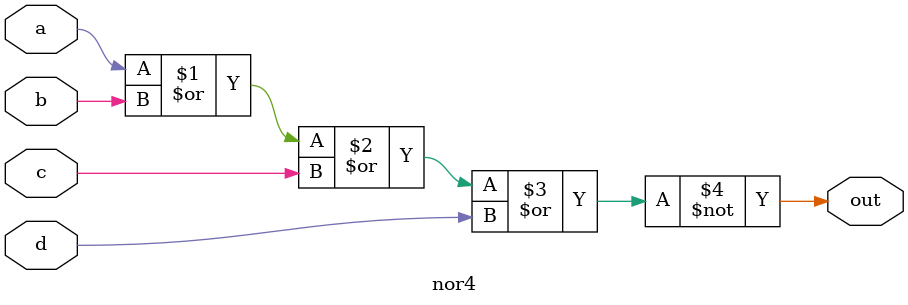
<source format=sv>
`ifndef __NOR4_SV__
`define __NOR4_SV__

/*
 * 4:1 NOR Gate
 */
module nor4 #(
    parameter BITS = 1
) (
    input [BITS-1:0] a, // Input A
    input [BITS-1:0] b, // Input B
    input [BITS-1:0] c, // Input C
    input [BITS-1:0] d, // Input D
    output [BITS-1:0] out // Output
);

    assign out = ~(a | b | c | d);

`ifdef FORMAL
    /* Validate logic */
    always_comb begin
        assert(out == ~(a | b | c | d));
    end
`endif

endmodule

`endif

</source>
